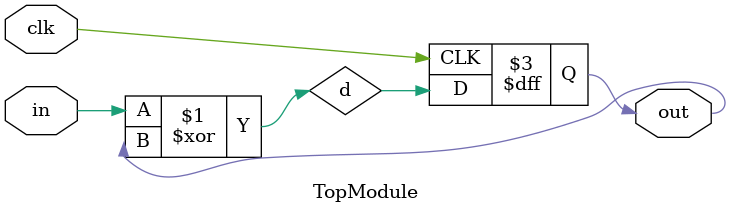
<source format=sv>

module TopModule (
  input clk,
  input in,
  output logic out
);
assign d = in ^ out;
always @(posedge clk) begin
    out <= d;
end
endmodule

</source>
